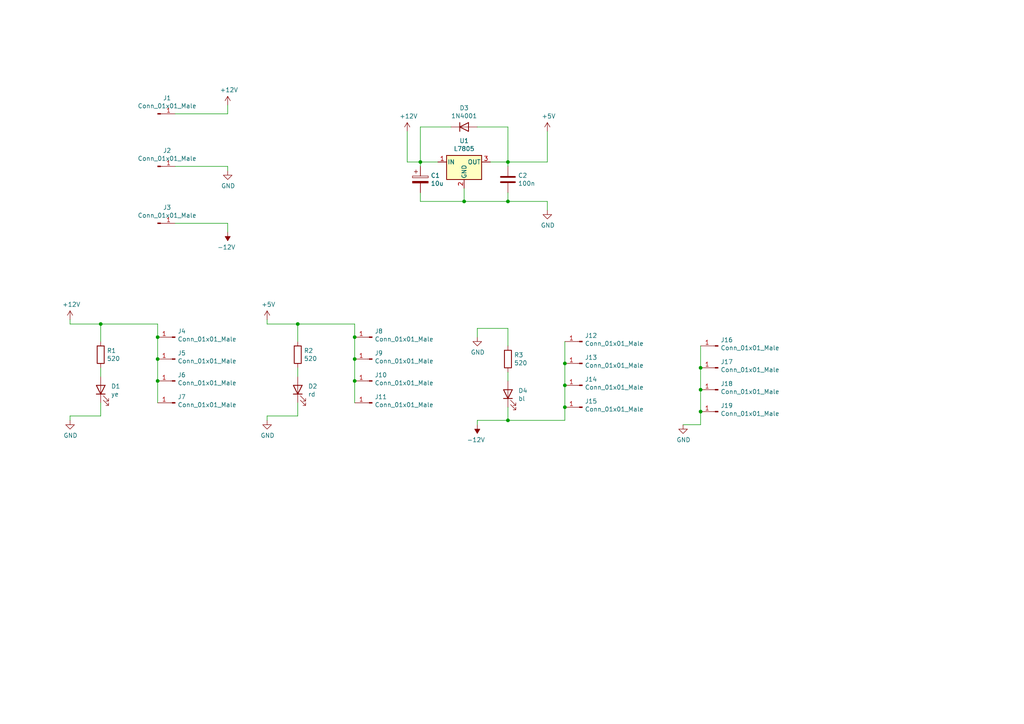
<source format=kicad_sch>
(kicad_sch (version 20211123) (generator eeschema)
  (paper "A4")
  (title_block (title "Regulator 5V+ with Bus Gate") (rev "1") (company "moPsy"))
  (lib_symbols
    (symbol "Connector:Conn_01x01_Male" (pin_names (offset 1.016) hide)
      (property "Reference" "J" (at 0 2.54 0))
      (property "Value" "Conn_01x01_Male" (at 0 -2.54 0))
      (symbol "Conn_01x01_Male_1_1"
        (polyline (pts (xy 1.27 0) (xy 0.8636 0)) (stroke (width 0.1524)))
        (rectangle (start 0.8636 0.127) (end 0 -0.127) (stroke (width 0.1524)) (fill (type outline)))
        (pin passive line (at 5.08 0 180) (length 3.81) (name "Pin_1") (number "1"))
      )
    )
    (symbol "Device:C" (pin_numbers hide) (pin_names (offset 0.254))
      (property "Reference" "C" (at 0.635 2.54 0))
      (property "Value" "C" (at 0.635 -2.54 0))
      (symbol "C_0_1"
        (polyline (pts (xy -2.032 -0.762) (xy 2.032 -0.762)) (stroke (width 0.508)))
        (polyline (pts (xy -2.032 0.762) (xy 2.032 0.762)) (stroke (width 0.508)))
      )
      (symbol "C_1_1"
        (pin passive line (at 0 3.81 270) (length 2.794) (name "~") (number "1"))
        (pin passive line (at 0 -3.81 90) (length 2.794) (name "~") (number "2"))
      )
    )
    (symbol "Device:D" (pin_numbers hide) (pin_names (offset 1.016) hide)
      (property "Reference" "D" (at 0 2.54 0))
      (property "Value" "D" (at 0 -2.54 0))
      (symbol "D_0_1"
        (polyline (pts (xy -1.27 1.27) (xy -1.27 -1.27)) (stroke (width 0.254)))
        (polyline (pts (xy 1.27 0) (xy -1.27 0)))
        (polyline (pts (xy 1.27 1.27) (xy 1.27 -1.27) (xy -1.27 0) (xy 1.27 1.27)) (stroke (width 0.254)))
      )
      (symbol "D_1_1"
        (pin passive line (at -3.81 0 0) (length 2.54) (name "K") (number "1"))
        (pin passive line (at 3.81 0 180) (length 2.54) (name "A") (number "2"))
      )
    )
    (symbol "Device:LED" (pin_numbers hide) (pin_names (offset 1.016) hide)
      (property "Reference" "D" (at 0 2.54 0))
      (property "Value" "LED" (at 0 -2.54 0))
      (symbol "LED_0_1"
        (polyline (pts (xy -1.27 -1.27) (xy -1.27 1.27)) (stroke (width 0.254)))
        (polyline (pts (xy -1.27 0) (xy 1.27 0)))
        (polyline (pts (xy 1.27 -1.27) (xy 1.27 1.27) (xy -1.27 0) (xy 1.27 -1.27)) (stroke (width 0.254)))
        (polyline (pts (xy -3.048 -0.762) (xy -4.572 -2.286) (xy -3.81 -2.286) (xy -4.572 -2.286) (xy -4.572 -1.524)))
        (polyline (pts (xy -1.778 -0.762) (xy -3.302 -2.286) (xy -2.54 -2.286) (xy -3.302 -2.286) (xy -3.302 -1.524)))
      )
      (symbol "LED_1_1"
        (pin passive line (at -3.81 0 0) (length 2.54) (name "K") (number "1"))
        (pin passive line (at 3.81 0 180) (length 2.54) (name "A") (number "2"))
      )
    )
    (symbol "Device:R" (pin_numbers hide) (pin_names (offset 0))
      (property "Reference" "R" (at 2.032 0 90))
      (property "Value" "R" (at 0 0 90))
      (symbol "R_0_1"
        (rectangle (start -1.016 -2.54) (end 1.016 2.54) (stroke (width 0.254)))
      )
      (symbol "R_1_1"
        (pin passive line (at 0 3.81 270) (length 1.27) (name "~") (number "1"))
        (pin passive line (at 0 -3.81 90) (length 1.27) (name "~") (number "2"))
      )
    )
    (symbol "Regulator_Linear:L7805" (pin_names (offset 0.254))
      (property "Reference" "U" (at -3.81 3.175 0))
      (property "Value" "L7805" (at 0 3.175 0))
      (symbol "L7805_0_1"
        (rectangle (start -5.08 1.905) (end 5.08 -5.08) (stroke (width 0.254)) (fill (type background)))
      )
      (symbol "L7805_1_1"
        (pin power_in line (at -7.62 0 0) (length 2.54) (name "IN") (number "1"))
        (pin power_in line (at 0 -7.62 90) (length 2.54) (name "GND") (number "2"))
        (pin power_out line (at 7.62 0 180) (length 2.54) (name "OUT") (number "3"))
      )
    )
    (symbol "moPsy_Regulator_5Vpos_BusGate-rescue:CP-Device" (pin_numbers hide) (pin_names (offset 0.254))
      (property "Reference" "C" (at 0.635 2.54 0))
      (property "Value" "CP-Device" (at 0.635 -2.54 0))
      (symbol "CP-Device_0_1"
        (rectangle (start -2.286 0.508) (end 2.286 1.016))
        (polyline (pts (xy -1.778 2.286) (xy -0.762 2.286)))
        (polyline (pts (xy -1.27 2.794) (xy -1.27 1.778)))
        (rectangle (start 2.286 -0.508) (end -2.286 -1.016) (fill (type outline)))
      )
      (symbol "CP-Device_1_1"
        (pin passive line (at 0 3.81 270) (length 2.794) (name "~") (number "1"))
        (pin passive line (at 0 -3.81 90) (length 2.794) (name "~") (number "2"))
      )
    )
    (symbol "power:+12V" (power) (pin_names (offset 0))
      (property "Value" "+12V" (at 0 3.556 0))
      (symbol "+12V_0_1"
        (polyline (pts (xy -0.762 1.27) (xy 0 2.54)))
        (polyline (pts (xy 0 0) (xy 0 2.54)))
        (polyline (pts (xy 0 2.54) (xy 0.762 1.27)))
      )
      (symbol "+12V_1_1"
        (pin power_in line (at 0 0 90) (length 0) hide (name "+12V") (number "1"))
      )
    )
    (symbol "power:+5V" (power) (pin_names (offset 0))
      (property "Value" "+5V" (at 0 3.556 0))
      (symbol "+5V_0_1"
        (polyline (pts (xy -0.762 1.27) (xy 0 2.54)))
        (polyline (pts (xy 0 0) (xy 0 2.54)))
        (polyline (pts (xy 0 2.54) (xy 0.762 1.27)))
      )
      (symbol "+5V_1_1"
        (pin power_in line (at 0 0 90) (length 0) hide (name "+5V") (number "1"))
      )
    )
    (symbol "power:-12V" (power) (pin_names (offset 0))
      (property "Value" "-12V" (at 0 3.81 0))
      (symbol "-12V_0_0"
        (pin power_in line (at 0 0 90) (length 0) hide (name "-12V") (number "1"))
      )
      (symbol "-12V_0_1"
        (polyline (pts (xy 0 0) (xy 0 1.27) (xy 0.762 1.27) (xy 0 2.54) (xy -0.762 1.27) (xy 0 1.27)) (fill (type outline)))
      )
    )
    (symbol "power:GND" (power) (pin_names (offset 0))
      (property "Value" "GND" (at 0 -3.81 0))
      (symbol "GND_0_1"
        (polyline (pts (xy 0 0) (xy 0 -1.27) (xy 1.27 -1.27) (xy 0 -2.54) (xy -1.27 -1.27) (xy 0 -1.27)))
      )
      (symbol "GND_1_1"
        (pin power_in line (at 0 0 270) (length 0) hide (name "GND") (number "1"))
      )
    )
  )
  (junction (at 163.83 111.76))
  (junction (at 45.72 110.49))
  (junction (at 86.36 93.98))
  (junction (at 45.72 97.79))
  (junction (at 147.32 46.99))
  (junction (at 29.21 93.98))
  (junction (at 147.32 58.42))
  (junction (at 203.2 113.03))
  (junction (at 163.83 105.41))
  (junction (at 203.2 119.38))
  (junction (at 45.72 104.14))
  (junction (at 121.92 46.99))
  (junction (at 203.2 106.68))
  (junction (at 147.32 121.92))
  (junction (at 102.87 97.79))
  (junction (at 102.87 110.49))
  (junction (at 134.62 58.42))
  (junction (at 102.87 104.14))
  (junction (at 163.83 118.11))
  (wire (pts (xy 50.8 33.02) (xy 66.04 33.02)))
  (wire (pts (xy 121.92 36.83) (xy 121.92 46.99)))
  (wire (pts (xy 102.87 110.49) (xy 102.87 116.84)))
  (wire (pts (xy 118.11 38.1) (xy 118.11 46.99)))
  (wire (pts (xy 147.32 55.88) (xy 147.32 58.42)))
  (wire (pts (xy 102.87 104.14) (xy 102.87 110.49)))
  (wire (pts (xy 138.43 121.92) (xy 138.43 123.19)))
  (wire (pts (xy 77.47 93.98) (xy 86.36 93.98)))
  (wire (pts (xy 20.32 120.65) (xy 20.32 121.92)))
  (wire (pts (xy 66.04 64.77) (xy 66.04 67.31)))
  (wire (pts (xy 147.32 121.92) (xy 138.43 121.92)))
  (wire (pts (xy 45.72 110.49) (xy 45.72 116.84)))
  (wire (pts (xy 102.87 97.79) (xy 102.87 104.14)))
  (wire (pts (xy 86.36 93.98) (xy 86.36 99.06)))
  (wire (pts (xy 29.21 93.98) (xy 29.21 99.06)))
  (wire (pts (xy 147.32 46.99) (xy 147.32 48.26)))
  (wire (pts (xy 45.72 104.14) (xy 45.72 110.49)))
  (wire (pts (xy 50.8 64.77) (xy 66.04 64.77)))
  (wire (pts (xy 134.62 54.61) (xy 134.62 58.42)))
  (wire (pts (xy 147.32 107.95) (xy 147.32 110.49)))
  (wire (pts (xy 29.21 93.98) (xy 45.72 93.98)))
  (wire (pts (xy 203.2 123.19) (xy 198.12 123.19)))
  (wire (pts (xy 102.87 93.98) (xy 102.87 97.79)))
  (wire (pts (xy 45.72 93.98) (xy 45.72 97.79)))
  (wire (pts (xy 29.21 116.84) (xy 29.21 120.65)))
  (wire (pts (xy 86.36 106.68) (xy 86.36 109.22)))
  (wire (pts (xy 66.04 48.26) (xy 66.04 49.53)))
  (wire (pts (xy 134.62 58.42) (xy 147.32 58.42)))
  (wire (pts (xy 121.92 58.42) (xy 121.92 55.88)))
  (wire (pts (xy 163.83 121.92) (xy 147.32 121.92)))
  (wire (pts (xy 203.2 113.03) (xy 203.2 119.38)))
  (wire (pts (xy 163.83 105.41) (xy 163.83 111.76)))
  (wire (pts (xy 50.8 48.26) (xy 66.04 48.26)))
  (wire (pts (xy 163.83 99.06) (xy 163.83 105.41)))
  (wire (pts (xy 203.2 100.33) (xy 203.2 106.68)))
  (wire (pts (xy 134.62 58.42) (xy 121.92 58.42)))
  (wire (pts (xy 147.32 118.11) (xy 147.32 121.92)))
  (wire (pts (xy 147.32 58.42) (xy 158.75 58.42)))
  (wire (pts (xy 118.11 46.99) (xy 121.92 46.99)))
  (wire (pts (xy 77.47 92.71) (xy 77.47 93.98)))
  (wire (pts (xy 130.81 36.83) (xy 121.92 36.83)))
  (wire (pts (xy 77.47 120.65) (xy 77.47 121.92)))
  (wire (pts (xy 121.92 46.99) (xy 127 46.99)))
  (wire (pts (xy 138.43 95.25) (xy 138.43 97.79)))
  (wire (pts (xy 147.32 36.83) (xy 147.32 46.99)))
  (wire (pts (xy 163.83 118.11) (xy 163.83 121.92)))
  (wire (pts (xy 147.32 46.99) (xy 158.75 46.99)))
  (wire (pts (xy 20.32 92.71) (xy 20.32 93.98)))
  (wire (pts (xy 20.32 93.98) (xy 29.21 93.98)))
  (wire (pts (xy 203.2 106.68) (xy 203.2 113.03)))
  (wire (pts (xy 86.36 120.65) (xy 77.47 120.65)))
  (wire (pts (xy 29.21 106.68) (xy 29.21 109.22)))
  (wire (pts (xy 158.75 58.42) (xy 158.75 60.96)))
  (wire (pts (xy 45.72 97.79) (xy 45.72 104.14)))
  (wire (pts (xy 138.43 36.83) (xy 147.32 36.83)))
  (wire (pts (xy 147.32 95.25) (xy 147.32 100.33)))
  (wire (pts (xy 163.83 111.76) (xy 163.83 118.11)))
  (wire (pts (xy 86.36 116.84) (xy 86.36 120.65)))
  (wire (pts (xy 121.92 46.99) (xy 121.92 48.26)))
  (wire (pts (xy 29.21 120.65) (xy 20.32 120.65)))
  (wire (pts (xy 138.43 95.25) (xy 147.32 95.25)))
  (wire (pts (xy 86.36 93.98) (xy 102.87 93.98)))
  (wire (pts (xy 66.04 33.02) (xy 66.04 30.48)))
  (wire (pts (xy 142.24 46.99) (xy 147.32 46.99)))
  (wire (pts (xy 158.75 46.99) (xy 158.75 38.1)))
  (wire (pts (xy 203.2 119.38) (xy 203.2 123.19)))
  (symbol (lib_id "Regulator_Linear:L7805") (at 134.62 46.99 0) (unit 1)
    (property "Reference" "U1" (at 134.62 40.8432 0))
    (property "Value" "L7805" (at 134.62 43.1546 0))
    (property "Footprint" "Package_TO_SOT_THT:TO-220-3_Vertical" (effects hide))
    (property "Datasheet" "http://www.st.com/content/ccc/resource/technical/document/datasheet/41/4f/b3/b0/12/d4/47/88/CD00000444.pdf/files/CD00000444.pdf/jcr:content/translations/en.CD00000444.pdf" (effects hide))
  )
  (symbol (lib_id "Connector:Conn_01x01_Male") (at 45.72 33.02 0) (unit 1)
    (property "Reference" "J1" (at 48.4632 28.4226 0))
    (property "Value" "Conn_01x01_Male" (at 48.4632 30.734 0))
    (property "Footprint" "moPsy:Connector FS-P475" (effects hide))
  )
  (symbol (lib_id "Connector:Conn_01x01_Male") (at 45.72 48.26 0) (unit 1)
    (property "Reference" "J2" (at 48.4632 43.6626 0))
    (property "Value" "Conn_01x01_Male" (at 48.4632 45.974 0))
    (property "Footprint" "moPsy:Connector FS-P475" (effects hide))
  )
  (symbol (lib_id "Connector:Conn_01x01_Male") (at 45.72 64.77 0) (unit 1)
    (property "Reference" "J3" (at 48.4632 60.1726 0))
    (property "Value" "Conn_01x01_Male" (at 48.4632 62.484 0))
    (property "Footprint" "moPsy:Connector FS-P475" (effects hide))
  )
  (symbol (lib_id "power:GND") (at 66.04 49.53 0) (unit 1)
    (property "Reference" "#PWR0101" (effects hide))
    (property "Value" "GND" (at 66.167 53.9242 0))
  )
  (symbol (lib_id "power:+12V") (at 66.04 30.48 0) (unit 1)
    (property "Reference" "#PWR0102" (effects hide))
    (property "Value" "+12V" (at 66.421 26.0858 0))
  )
  (symbol (lib_id "power:-12V") (at 66.04 67.31 180) (unit 1)
    (property "Reference" "#PWR0103" (effects hide))
    (property "Value" "-12V" (at 65.659 71.7042 0))
  )
  (symbol (lib_id "power:+12V") (at 118.11 38.1 0) (unit 1)
    (property "Reference" "#PWR0104" (effects hide))
    (property "Value" "+12V" (at 118.491 33.7058 0))
  )
  (symbol (lib_id "power:GND") (at 158.75 60.96 0) (unit 1)
    (property "Reference" "#PWR0105" (effects hide))
    (property "Value" "GND" (at 158.877 65.3542 0))
  )
  (symbol (lib_id "power:+5V") (at 158.75 38.1 0) (unit 1)
    (property "Reference" "#PWR0106" (effects hide))
    (property "Value" "+5V" (at 159.131 33.7058 0))
  )
  (symbol (lib_id "moPsy_Regulator_5Vpos_BusGate-rescue:CP-Device") (at 121.92 52.07 0) (unit 1)
    (property "Reference" "C1" (at 124.9172 50.9016 0) (effects (justify left)))
    (property "Value" "10u" (at 124.9172 53.213 0) (effects (justify left)))
    (property "Footprint" "Capacitor_THT:CP_Radial_D5.0mm_P2.00mm" (effects hide))
    (property "REICHELT" "NHG-A 33U 100" (effects hide))
  )
  (symbol (lib_id "Device:C") (at 147.32 52.07 0) (unit 1)
    (property "Reference" "C2" (at 150.241 50.9016 0) (effects (justify left)))
    (property "Value" "100n" (at 150.241 53.213 0) (effects (justify left)))
    (property "Footprint" "Capacitor_THT:C_Rect_L7.0mm_W2.0mm_P5.00mm" (effects hide))
  )
  (symbol (lib_id "Device:D") (at 134.62 36.83 0) (unit 1)
    (property "Reference" "D3" (at 134.62 31.3182 0))
    (property "Value" "1N4001" (at 134.62 33.6296 0))
    (property "Footprint" "Diode_THT:D_DO-41_SOD81_P7.62mm_Horizontal" (effects hide))
    (property "REICHELT" "1N 4001" (effects hide))
  )
  (symbol (lib_id "Device:R") (at 29.21 102.87 0) (unit 1)
    (property "Reference" "R1" (at 30.988 101.7016 0) (effects (justify left)))
    (property "Value" "520" (at 30.988 104.013 0) (effects (justify left)))
    (property "Footprint" "Resistor_THT:R_Axial_DIN0309_L9.0mm_D3.2mm_P12.70mm_Horizontal" (effects hide))
  )
  (symbol (lib_id "Device:LED") (at 29.21 113.03 90) (unit 1)
    (property "Reference" "D1" (at 32.2072 112.0394 90) (effects (justify right)))
    (property "Value" "ye" (at 32.2072 114.3508 90) (effects (justify right)))
    (property "Footprint" "LED_THT:LED_D5.0mm" (effects hide))
  )
  (symbol (lib_id "power:+12V") (at 20.32 92.71 0) (unit 1)
    (property "Reference" "#PWR0107" (effects hide))
    (property "Value" "+12V" (at 20.701 88.3158 0))
  )
  (symbol (lib_id "power:GND") (at 20.32 121.92 0) (unit 1)
    (property "Reference" "#PWR0108" (effects hide))
    (property "Value" "GND" (at 20.447 126.3142 0))
  )
  (symbol (lib_id "Connector:Conn_01x01_Male") (at 50.8 97.79 180) (unit 1)
    (property "Reference" "J4" (at 51.5112 96.0628 0) (effects (justify right)))
    (property "Value" "Conn_01x01_Male" (at 51.5112 98.3742 0) (effects (justify right)))
    (property "Footprint" "moPsy:Connector FS-P475" (effects hide))
  )
  (symbol (lib_id "Connector:Conn_01x01_Male") (at 50.8 104.14 180) (unit 1)
    (property "Reference" "J5" (at 51.5112 102.4128 0) (effects (justify right)))
    (property "Value" "Conn_01x01_Male" (at 51.5112 104.7242 0) (effects (justify right)))
    (property "Footprint" "moPsy:Connector FS-P475" (effects hide))
  )
  (symbol (lib_id "Connector:Conn_01x01_Male") (at 50.8 110.49 180) (unit 1)
    (property "Reference" "J6" (at 51.5112 108.7628 0) (effects (justify right)))
    (property "Value" "Conn_01x01_Male" (at 51.5112 111.0742 0) (effects (justify right)))
    (property "Footprint" "moPsy:Connector FS-P475" (effects hide))
  )
  (symbol (lib_id "Connector:Conn_01x01_Male") (at 50.8 116.84 180) (unit 1)
    (property "Reference" "J7" (at 51.5112 115.1128 0) (effects (justify right)))
    (property "Value" "Conn_01x01_Male" (at 51.5112 117.4242 0) (effects (justify right)))
    (property "Footprint" "moPsy:Connector FS-P475" (effects hide))
  )
  (symbol (lib_id "Device:R") (at 86.36 102.87 0) (unit 1)
    (property "Reference" "R2" (at 88.138 101.7016 0) (effects (justify left)))
    (property "Value" "520" (at 88.138 104.013 0) (effects (justify left)))
    (property "Footprint" "Resistor_THT:R_Axial_DIN0309_L9.0mm_D3.2mm_P12.70mm_Horizontal" (effects hide))
  )
  (symbol (lib_id "Device:LED") (at 86.36 113.03 90) (unit 1)
    (property "Reference" "D2" (at 89.3572 112.0394 90) (effects (justify right)))
    (property "Value" "rd" (at 89.3572 114.3508 90) (effects (justify right)))
    (property "Footprint" "LED_THT:LED_D5.0mm" (effects hide))
  )
  (symbol (lib_id "power:GND") (at 77.47 121.92 0) (unit 1)
    (property "Reference" "#PWR0109" (effects hide))
    (property "Value" "GND" (at 77.597 126.3142 0))
  )
  (symbol (lib_id "Connector:Conn_01x01_Male") (at 107.95 97.79 180) (unit 1)
    (property "Reference" "J8" (at 108.6612 96.0628 0) (effects (justify right)))
    (property "Value" "Conn_01x01_Male" (at 108.6612 98.3742 0) (effects (justify right)))
    (property "Footprint" "moPsy:Connector FS-P475" (effects hide))
  )
  (symbol (lib_id "Connector:Conn_01x01_Male") (at 107.95 104.14 180) (unit 1)
    (property "Reference" "J9" (at 108.6612 102.4128 0) (effects (justify right)))
    (property "Value" "Conn_01x01_Male" (at 108.6612 104.7242 0) (effects (justify right)))
    (property "Footprint" "moPsy:Connector FS-P475" (effects hide))
  )
  (symbol (lib_id "Connector:Conn_01x01_Male") (at 107.95 110.49 180) (unit 1)
    (property "Reference" "J10" (at 108.6612 108.7628 0) (effects (justify right)))
    (property "Value" "Conn_01x01_Male" (at 108.6612 111.0742 0) (effects (justify right)))
    (property "Footprint" "moPsy:Connector FS-P475" (effects hide))
  )
  (symbol (lib_id "Connector:Conn_01x01_Male") (at 107.95 116.84 180) (unit 1)
    (property "Reference" "J11" (at 108.6612 115.1128 0) (effects (justify right)))
    (property "Value" "Conn_01x01_Male" (at 108.6612 117.4242 0) (effects (justify right)))
    (property "Footprint" "moPsy:Connector FS-P475" (effects hide))
  )
  (symbol (lib_id "power:+5V") (at 77.47 92.71 0) (unit 1)
    (property "Reference" "#PWR0110" (effects hide))
    (property "Value" "+5V" (at 77.851 88.3158 0))
  )
  (symbol (lib_id "Device:R") (at 147.32 104.14 0) (unit 1)
    (property "Reference" "R3" (at 149.098 102.9716 0) (effects (justify left)))
    (property "Value" "520" (at 149.098 105.283 0) (effects (justify left)))
    (property "Footprint" "Resistor_THT:R_Axial_DIN0309_L9.0mm_D3.2mm_P12.70mm_Horizontal" (effects hide))
  )
  (symbol (lib_id "Device:LED") (at 147.32 114.3 90) (unit 1)
    (property "Reference" "D4" (at 150.3172 113.3094 90) (effects (justify right)))
    (property "Value" "bl" (at 150.3172 115.6208 90) (effects (justify right)))
    (property "Footprint" "LED_THT:LED_D5.0mm" (effects hide))
  )
  (symbol (lib_id "power:GND") (at 138.43 97.79 0) (unit 1)
    (property "Reference" "#PWR0111" (effects hide))
    (property "Value" "GND" (at 138.557 102.1842 0))
  )
  (symbol (lib_id "Connector:Conn_01x01_Male") (at 168.91 99.06 180) (unit 1)
    (property "Reference" "J12" (at 169.6212 97.3328 0) (effects (justify right)))
    (property "Value" "Conn_01x01_Male" (at 169.6212 99.6442 0) (effects (justify right)))
    (property "Footprint" "moPsy:Connector FS-P475" (effects hide))
  )
  (symbol (lib_id "Connector:Conn_01x01_Male") (at 168.91 105.41 180) (unit 1)
    (property "Reference" "J13" (at 169.6212 103.6828 0) (effects (justify right)))
    (property "Value" "Conn_01x01_Male" (at 169.6212 105.9942 0) (effects (justify right)))
    (property "Footprint" "moPsy:Connector FS-P475" (effects hide))
  )
  (symbol (lib_id "Connector:Conn_01x01_Male") (at 168.91 111.76 180) (unit 1)
    (property "Reference" "J14" (at 169.6212 110.0328 0) (effects (justify right)))
    (property "Value" "Conn_01x01_Male" (at 169.6212 112.3442 0) (effects (justify right)))
    (property "Footprint" "moPsy:Connector FS-P475" (effects hide))
  )
  (symbol (lib_id "Connector:Conn_01x01_Male") (at 168.91 118.11 180) (unit 1)
    (property "Reference" "J15" (at 169.6212 116.3828 0) (effects (justify right)))
    (property "Value" "Conn_01x01_Male" (at 169.6212 118.6942 0) (effects (justify right)))
    (property "Footprint" "moPsy:Connector FS-P475" (effects hide))
  )
  (symbol (lib_id "power:-12V") (at 138.43 123.19 180) (unit 1)
    (property "Reference" "#PWR0112" (effects hide))
    (property "Value" "-12V" (at 138.049 127.5842 0))
  )
  (symbol (lib_id "Connector:Conn_01x01_Male") (at 208.28 100.33 180) (unit 1)
    (property "Reference" "J16" (at 208.9912 98.6028 0) (effects (justify right)))
    (property "Value" "Conn_01x01_Male" (at 208.9912 100.9142 0) (effects (justify right)))
    (property "Footprint" "moPsy:Connector FS-P475" (effects hide))
  )
  (symbol (lib_id "Connector:Conn_01x01_Male") (at 208.28 106.68 180) (unit 1)
    (property "Reference" "J17" (at 208.9912 104.9528 0) (effects (justify right)))
    (property "Value" "Conn_01x01_Male" (at 208.9912 107.2642 0) (effects (justify right)))
    (property "Footprint" "moPsy:Connector FS-P475" (effects hide))
  )
  (symbol (lib_id "Connector:Conn_01x01_Male") (at 208.28 113.03 180) (unit 1)
    (property "Reference" "J18" (at 208.9912 111.3028 0) (effects (justify right)))
    (property "Value" "Conn_01x01_Male" (at 208.9912 113.6142 0) (effects (justify right)))
    (property "Footprint" "moPsy:Connector FS-P475" (effects hide))
  )
  (symbol (lib_id "Connector:Conn_01x01_Male") (at 208.28 119.38 180) (unit 1)
    (property "Reference" "J19" (at 208.9912 117.6528 0) (effects (justify right)))
    (property "Value" "Conn_01x01_Male" (at 208.9912 119.9642 0) (effects (justify right)))
    (property "Footprint" "moPsy:Connector FS-P475" (effects hide))
  )
  (symbol (lib_id "power:GND") (at 198.12 123.19 0) (unit 1)
    (property "Reference" "#PWR0113" (effects hide))
    (property "Value" "GND" (at 198.247 127.5842 0))
  )
)
</source>
